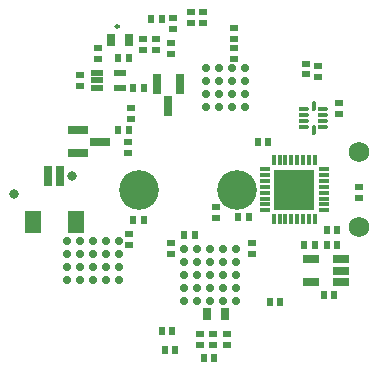
<source format=gbs>
%FSLAX24Y24*%
%MOIN*%
G70*
G01*
G75*
G04 Layer_Color=16711935*
%ADD10C,0.0100*%
G04:AMPARAMS|DCode=11|XSize=63mil|YSize=98.4mil|CornerRadius=15.7mil|HoleSize=0mil|Usage=FLASHONLY|Rotation=0.000|XOffset=0mil|YOffset=0mil|HoleType=Round|Shape=RoundedRectangle|*
%AMROUNDEDRECTD11*
21,1,0.0630,0.0669,0,0,0.0*
21,1,0.0315,0.0984,0,0,0.0*
1,1,0.0315,0.0157,-0.0335*
1,1,0.0315,-0.0157,-0.0335*
1,1,0.0315,-0.0157,0.0335*
1,1,0.0315,0.0157,0.0335*
%
%ADD11ROUNDEDRECTD11*%
G04:AMPARAMS|DCode=12|XSize=33.5mil|YSize=17.7mil|CornerRadius=4.4mil|HoleSize=0mil|Usage=FLASHONLY|Rotation=0.000|XOffset=0mil|YOffset=0mil|HoleType=Round|Shape=RoundedRectangle|*
%AMROUNDEDRECTD12*
21,1,0.0335,0.0089,0,0,0.0*
21,1,0.0246,0.0177,0,0,0.0*
1,1,0.0089,0.0123,-0.0044*
1,1,0.0089,-0.0123,-0.0044*
1,1,0.0089,-0.0123,0.0044*
1,1,0.0089,0.0123,0.0044*
%
%ADD12ROUNDEDRECTD12*%
%ADD13O,0.0335X0.0110*%
%ADD14O,0.0110X0.0335*%
%ADD15R,0.2028X0.2028*%
%ADD16R,0.1850X0.1850*%
%ADD17O,0.0110X0.0315*%
%ADD18O,0.0315X0.0110*%
%ADD19O,0.0276X0.0098*%
%ADD20O,0.0098X0.0276*%
%ADD21O,0.0532X0.0177*%
%ADD22R,0.0142X0.0142*%
%ADD23R,0.0110X0.0110*%
G04:AMPARAMS|DCode=24|XSize=59.1mil|YSize=102.4mil|CornerRadius=0mil|HoleSize=0mil|Usage=FLASHONLY|Rotation=230.000|XOffset=0mil|YOffset=0mil|HoleType=Round|Shape=Rectangle|*
%AMROTATEDRECTD24*
4,1,4,-0.0202,0.0555,0.0582,-0.0103,0.0202,-0.0555,-0.0582,0.0103,-0.0202,0.0555,0.0*
%
%ADD24ROTATEDRECTD24*%

%ADD25R,0.0551X0.0630*%
%ADD26R,0.0630X0.0748*%
%ADD27R,0.0532X0.0157*%
%ADD28R,0.0138X0.0098*%
%ADD29R,0.0098X0.0187*%
%ADD30R,0.0217X0.0394*%
%ADD31R,0.0118X0.0193*%
%ADD32R,0.0118X0.0209*%
%ADD33R,0.0787X0.0472*%
%ADD34R,0.0335X0.0157*%
%ADD35R,0.0157X0.0335*%
%ADD36R,0.0276X0.0354*%
%ADD37R,0.0197X0.0315*%
%ADD38O,0.0315X0.0157*%
%ADD39R,0.2362X0.1890*%
%ADD40R,0.0236X0.0157*%
%ADD41R,0.0197X0.0354*%
%ADD42R,0.0157X0.0236*%
%ADD43R,0.0354X0.0197*%
%ADD44C,0.0060*%
%ADD45C,0.0050*%
%ADD46C,0.0120*%
%ADD47C,0.0181*%
%ADD48C,0.0080*%
%ADD49C,0.0150*%
%ADD50C,0.1260*%
%ADD51C,0.0630*%
%ADD52C,0.0180*%
%ADD53C,0.0197*%
%ADD54C,0.0276*%
%ADD55C,0.0260*%
%ADD56C,0.0220*%
%ADD57C,0.0200*%
%ADD58R,0.0236X0.0610*%
%ADD59R,0.0472X0.0709*%
%ADD60R,0.0591X0.0236*%
%ADD61R,0.0236X0.0591*%
%ADD62R,0.0512X0.0217*%
%ADD63R,0.1299X0.1299*%
%ADD64O,0.0315X0.0098*%
%ADD65O,0.0098X0.0315*%
%ADD66C,0.0098*%
%ADD67C,0.0039*%
%ADD68C,0.0079*%
%ADD69C,0.0047*%
G04:AMPARAMS|DCode=70|XSize=43.3mil|YSize=55.1mil|CornerRadius=0mil|HoleSize=0mil|Usage=FLASHONLY|Rotation=230.000|XOffset=0mil|YOffset=0mil|HoleType=Round|Shape=Rectangle|*
%AMROTATEDRECTD70*
4,1,4,-0.0072,0.0343,0.0350,-0.0011,0.0072,-0.0343,-0.0350,0.0011,-0.0072,0.0343,0.0*
%
%ADD70ROTATEDRECTD70*%

G04:AMPARAMS|DCode=71|XSize=71mil|YSize=106.4mil|CornerRadius=19.7mil|HoleSize=0mil|Usage=FLASHONLY|Rotation=0.000|XOffset=0mil|YOffset=0mil|HoleType=Round|Shape=RoundedRectangle|*
%AMROUNDEDRECTD71*
21,1,0.0710,0.0669,0,0,0.0*
21,1,0.0315,0.1064,0,0,0.0*
1,1,0.0395,0.0157,-0.0335*
1,1,0.0395,-0.0157,-0.0335*
1,1,0.0395,-0.0157,0.0335*
1,1,0.0395,0.0157,0.0335*
%
%ADD71ROUNDEDRECTD71*%
G04:AMPARAMS|DCode=72|XSize=41.5mil|YSize=25.7mil|CornerRadius=8.4mil|HoleSize=0mil|Usage=FLASHONLY|Rotation=0.000|XOffset=0mil|YOffset=0mil|HoleType=Round|Shape=RoundedRectangle|*
%AMROUNDEDRECTD72*
21,1,0.0415,0.0089,0,0,0.0*
21,1,0.0246,0.0257,0,0,0.0*
1,1,0.0169,0.0123,-0.0044*
1,1,0.0169,-0.0123,-0.0044*
1,1,0.0169,-0.0123,0.0044*
1,1,0.0169,0.0123,0.0044*
%
%ADD72ROUNDEDRECTD72*%
%ADD73O,0.0390X0.0165*%
%ADD74O,0.0165X0.0390*%
%ADD75R,0.2088X0.2088*%
%ADD76R,0.1910X0.1910*%
%ADD77O,0.0165X0.0370*%
%ADD78O,0.0370X0.0165*%
%ADD79O,0.0336X0.0158*%
%ADD80O,0.0158X0.0336*%
%ADD81O,0.0592X0.0237*%
%ADD82R,0.0202X0.0202*%
%ADD83R,0.0170X0.0170*%
G04:AMPARAMS|DCode=84|XSize=65.1mil|YSize=108.4mil|CornerRadius=0mil|HoleSize=0mil|Usage=FLASHONLY|Rotation=230.000|XOffset=0mil|YOffset=0mil|HoleType=Round|Shape=Rectangle|*
%AMROTATEDRECTD84*
4,1,4,-0.0206,0.0597,0.0624,-0.0099,0.0206,-0.0597,-0.0624,0.0099,-0.0206,0.0597,0.0*
%
%ADD84ROTATEDRECTD84*%

%ADD85R,0.0630X0.0709*%
%ADD86R,0.0709X0.0827*%
%ADD87R,0.0610X0.0236*%
%ADD88R,0.0198X0.0158*%
%ADD89R,0.0158X0.0247*%
%ADD90R,0.0277X0.0454*%
%ADD91R,0.0178X0.0253*%
%ADD92R,0.0178X0.0269*%
%ADD93R,0.0847X0.0532*%
%ADD94R,0.0395X0.0217*%
%ADD95R,0.0217X0.0395*%
%ADD96R,0.0336X0.0414*%
%ADD97R,0.0257X0.0375*%
%ADD98O,0.0375X0.0217*%
%ADD99R,0.2422X0.1950*%
%ADD100R,0.0296X0.0217*%
%ADD101R,0.0257X0.0414*%
%ADD102R,0.0217X0.0296*%
%ADD103R,0.0414X0.0257*%
%ADD104C,0.1320*%
%ADD105C,0.0690*%
%ADD106C,0.0277*%
%ADD107C,0.0320*%
%ADD108C,0.0020*%
%ADD109R,0.0296X0.0670*%
%ADD110R,0.0532X0.0769*%
%ADD111R,0.0651X0.0296*%
%ADD112R,0.0296X0.0651*%
%ADD113R,0.0572X0.0277*%
%ADD114R,0.1359X0.1359*%
%ADD115O,0.0375X0.0158*%
%ADD116O,0.0158X0.0375*%
%ADD117C,0.0356*%
D10*
X-2400Y5450D02*
G03*
X-2400Y5450I-50J0D01*
G01*
D79*
X4415Y2695D02*
D03*
Y2498D02*
D03*
Y2302D02*
D03*
Y2105D02*
D03*
X3785D02*
D03*
Y2302D02*
D03*
Y2498D02*
D03*
Y2695D02*
D03*
D80*
X4100Y2006D02*
D03*
Y2794D02*
D03*
D94*
X-2376Y3394D02*
D03*
Y3906D02*
D03*
X-3124D02*
D03*
Y3650D02*
D03*
Y3394D02*
D03*
D100*
X-2050Y-1473D02*
D03*
Y-1827D02*
D03*
X-1150Y4673D02*
D03*
Y5027D02*
D03*
X-1600Y4673D02*
D03*
Y5027D02*
D03*
X-600Y5373D02*
D03*
Y5727D02*
D03*
X-650Y4523D02*
D03*
Y4877D02*
D03*
X4950Y2523D02*
D03*
Y2877D02*
D03*
X4250Y3773D02*
D03*
Y4127D02*
D03*
X3850Y3850D02*
D03*
Y4204D02*
D03*
X1450Y5023D02*
D03*
Y5377D02*
D03*
Y4727D02*
D03*
Y4373D02*
D03*
X400Y5573D02*
D03*
Y5927D02*
D03*
X0Y5573D02*
D03*
Y5927D02*
D03*
X-2000Y2373D02*
D03*
Y2727D02*
D03*
X-2100Y1577D02*
D03*
Y1223D02*
D03*
X-3700Y3473D02*
D03*
Y3827D02*
D03*
X-3100Y4727D02*
D03*
Y4373D02*
D03*
X1200Y-4823D02*
D03*
Y-5177D02*
D03*
X750D02*
D03*
Y-4823D02*
D03*
X300Y-5177D02*
D03*
Y-4823D02*
D03*
X2050Y-1773D02*
D03*
Y-2127D02*
D03*
X850Y-573D02*
D03*
Y-927D02*
D03*
X-650Y-2127D02*
D03*
Y-1773D02*
D03*
X5600Y77D02*
D03*
Y-277D02*
D03*
D101*
X-2645Y5000D02*
D03*
X-2055D02*
D03*
X555Y-4150D02*
D03*
X1145D02*
D03*
D102*
X-1573Y-1000D02*
D03*
X-1927D02*
D03*
X-973Y5700D02*
D03*
X-1327D02*
D03*
X-2073Y4400D02*
D03*
X-2427D02*
D03*
Y2000D02*
D03*
X-2073D02*
D03*
X-1573Y3400D02*
D03*
X-1927D02*
D03*
X4777Y-3500D02*
D03*
X4423D02*
D03*
X4523Y-1850D02*
D03*
X4877D02*
D03*
X4127D02*
D03*
X3773D02*
D03*
X4877Y-1350D02*
D03*
X4523D02*
D03*
X2977Y-3750D02*
D03*
X2623D02*
D03*
X423Y-5600D02*
D03*
X777D02*
D03*
X-523Y-5350D02*
D03*
X-877D02*
D03*
X-977Y-4700D02*
D03*
X-623D02*
D03*
X1927Y-900D02*
D03*
X1573D02*
D03*
X-227Y-1500D02*
D03*
X127D02*
D03*
X2223Y1600D02*
D03*
X2577D02*
D03*
D104*
X-1734Y0D02*
D03*
X1534D02*
D03*
D105*
X5600Y-1250D02*
D03*
Y1250D02*
D03*
D106*
X1516Y-3716D02*
D03*
X1083D02*
D03*
X650D02*
D03*
X217D02*
D03*
X-216D02*
D03*
X1516Y-3283D02*
D03*
X1083D02*
D03*
X650D02*
D03*
X217D02*
D03*
X-216D02*
D03*
X1516Y-2850D02*
D03*
X1083D02*
D03*
X650D02*
D03*
X217D02*
D03*
X-216D02*
D03*
X1516Y-2417D02*
D03*
X1083D02*
D03*
X650D02*
D03*
X217D02*
D03*
X-216D02*
D03*
X1516Y-1984D02*
D03*
X1083D02*
D03*
X650D02*
D03*
X217D02*
D03*
X-216D02*
D03*
X1800Y2750D02*
D03*
X1367D02*
D03*
X933D02*
D03*
X500D02*
D03*
X1800Y3183D02*
D03*
X1367D02*
D03*
X933D02*
D03*
X500D02*
D03*
X1800Y3617D02*
D03*
X1367D02*
D03*
X933D02*
D03*
X500D02*
D03*
X1800Y4050D02*
D03*
X1367D02*
D03*
X933D02*
D03*
X500D02*
D03*
X-2384Y-1700D02*
D03*
Y-2133D02*
D03*
Y-2567D02*
D03*
Y-3000D02*
D03*
X-2817Y-1700D02*
D03*
Y-2133D02*
D03*
Y-2567D02*
D03*
Y-3000D02*
D03*
X-3250Y-1700D02*
D03*
Y-2133D02*
D03*
Y-2567D02*
D03*
Y-3000D02*
D03*
X-3683Y-1700D02*
D03*
Y-2133D02*
D03*
Y-2567D02*
D03*
Y-3000D02*
D03*
X-4116Y-1700D02*
D03*
Y-2133D02*
D03*
Y-2567D02*
D03*
Y-3000D02*
D03*
D107*
X-5900Y-150D02*
D03*
X-3951Y451D02*
D03*
D108*
X-4000Y1600D02*
D03*
X-5100Y200D02*
D03*
X-4550Y1400D02*
D03*
X-4860Y1940D02*
D03*
X2400Y-5300D02*
D03*
X4050Y-2700D02*
D03*
X5050Y-800D02*
D03*
Y500D02*
D03*
D109*
X-4747Y451D02*
D03*
X-4353D02*
D03*
D110*
X-5259Y-1074D02*
D03*
X-3841D02*
D03*
D111*
X-3774Y1226D02*
D03*
Y1974D02*
D03*
X-3026Y1600D02*
D03*
D112*
X-1124Y3524D02*
D03*
X-376D02*
D03*
X-750Y2776D02*
D03*
D113*
X4008Y-2326D02*
D03*
Y-3074D02*
D03*
X4992D02*
D03*
Y-2700D02*
D03*
Y-2326D02*
D03*
D114*
X3450Y0D02*
D03*
D115*
X2466Y689D02*
D03*
Y492D02*
D03*
Y295D02*
D03*
Y98D02*
D03*
Y-98D02*
D03*
Y-295D02*
D03*
Y-492D02*
D03*
Y-689D02*
D03*
X4434D02*
D03*
Y-492D02*
D03*
Y-295D02*
D03*
Y-98D02*
D03*
Y98D02*
D03*
Y295D02*
D03*
Y492D02*
D03*
Y689D02*
D03*
D116*
X2761Y-984D02*
D03*
X2958D02*
D03*
X3155D02*
D03*
X3352D02*
D03*
X3548D02*
D03*
X3745D02*
D03*
X3942D02*
D03*
X4139D02*
D03*
Y984D02*
D03*
X3942D02*
D03*
X3745D02*
D03*
X3548D02*
D03*
X3352D02*
D03*
X3155D02*
D03*
X2958D02*
D03*
X2761D02*
D03*
D117*
X3450Y0D02*
D03*
M02*

</source>
